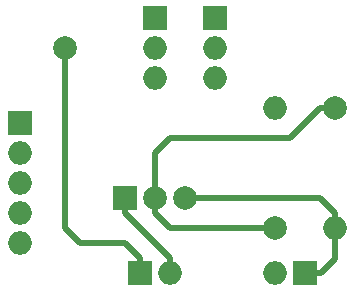
<source format=gbr>
G04 #@! TF.FileFunction,Copper,L1,Top,Signal*
%FSLAX46Y46*%
G04 Gerber Fmt 4.6, Leading zero omitted, Abs format (unit mm)*
G04 Created by KiCad (PCBNEW 4.0.7) date Tue May 29 18:15:45 2018*
%MOMM*%
%LPD*%
G01*
G04 APERTURE LIST*
%ADD10C,0.100000*%
%ADD11C,2.000000*%
%ADD12O,2.000000X2.000000*%
%ADD13R,2.000000X2.000000*%
%ADD14C,0.500000*%
G04 APERTURE END LIST*
D10*
D11*
X53340000Y-25400000D03*
D12*
X53340000Y-35560000D03*
D11*
X48260000Y-35560000D03*
D12*
X48260000Y-25400000D03*
D13*
X26670000Y-26670000D03*
D12*
X26670000Y-29210000D03*
X26670000Y-31750000D03*
X26670000Y-34290000D03*
X26670000Y-36830000D03*
D13*
X43180000Y-17780000D03*
D12*
X43180000Y-20320000D03*
X43180000Y-22860000D03*
D13*
X38100000Y-17780000D03*
D12*
X38100000Y-20320000D03*
X38100000Y-22860000D03*
D13*
X50800000Y-39370000D03*
D12*
X48260000Y-39370000D03*
D13*
X36830000Y-39370000D03*
D12*
X39370000Y-39370000D03*
D11*
X38100000Y-33020000D03*
X40640000Y-33020000D03*
D13*
X35560000Y-33020000D03*
D11*
X30480000Y-20320000D03*
D14*
X53340000Y-35560000D02*
X53340000Y-38180000D01*
X53340000Y-38180000D02*
X52150000Y-39370000D01*
X52150000Y-39370000D02*
X50800000Y-39370000D01*
X53340000Y-34290000D02*
X52070000Y-33020000D01*
X52070000Y-33020000D02*
X40640000Y-33020000D01*
X53340000Y-35560000D02*
X53340000Y-34290000D01*
X30480000Y-20320000D02*
X30480000Y-35560000D01*
X31750000Y-36830000D02*
X35560000Y-36830000D01*
X30480000Y-35560000D02*
X31750000Y-36830000D01*
X36830000Y-38100000D02*
X36830000Y-39370000D01*
X35560000Y-36830000D02*
X36830000Y-38100000D01*
X36830000Y-39290000D02*
X36830000Y-39370000D01*
X39370000Y-38100000D02*
X39370000Y-39370000D01*
X35560000Y-34290000D02*
X39370000Y-38100000D01*
X35560000Y-33020000D02*
X35560000Y-34290000D01*
X38100000Y-29210000D02*
X38100000Y-33020000D01*
X39370000Y-27940000D02*
X38100000Y-29210000D01*
X49530000Y-27940000D02*
X39370000Y-27940000D01*
X52070000Y-25400000D02*
X49530000Y-27940000D01*
X53340000Y-25400000D02*
X52070000Y-25400000D01*
X38100000Y-34290000D02*
X39370000Y-35560000D01*
X39370000Y-35560000D02*
X48260000Y-35560000D01*
X38100000Y-33020000D02*
X38100000Y-34290000D01*
M02*

</source>
